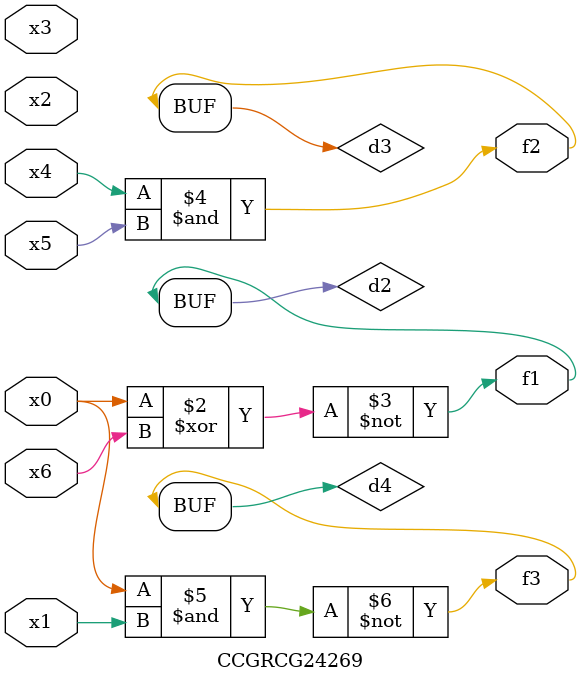
<source format=v>
module CCGRCG24269(
	input x0, x1, x2, x3, x4, x5, x6,
	output f1, f2, f3
);

	wire d1, d2, d3, d4;

	nor (d1, x0);
	xnor (d2, x0, x6);
	and (d3, x4, x5);
	nand (d4, x0, x1);
	assign f1 = d2;
	assign f2 = d3;
	assign f3 = d4;
endmodule

</source>
